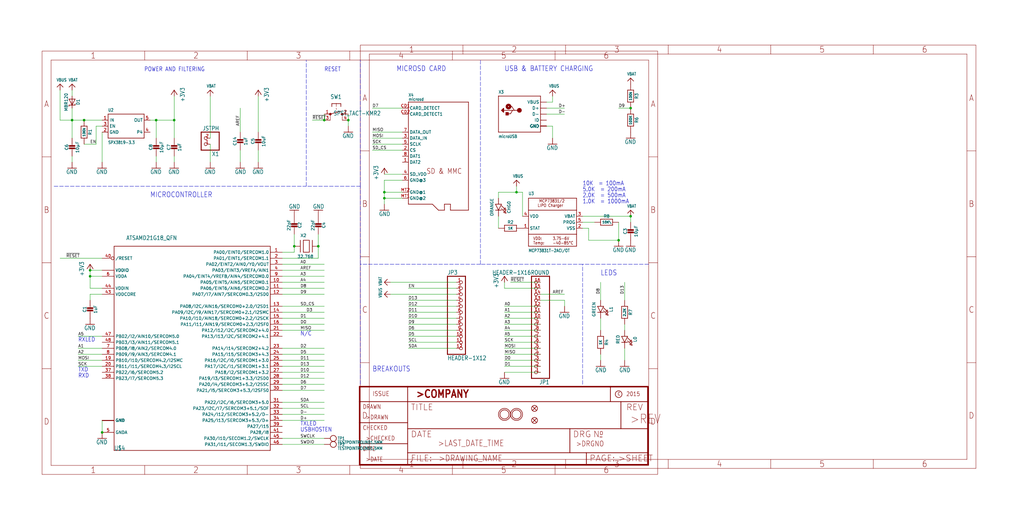
<source format=kicad_sch>
(kicad_sch (version 20211123) (generator eeschema)
  (paper "User" 433.07 220.421)
  (lib_symbols
    (symbol "schematicEagle-eagle-import:+3V3" (power)
      (property "Value" "+3V3" (at -2.54 -5.08 90))
      (symbol "+3V3_1_0"
        (pin power_in line (at 0 -2.54 90) (length 2.54) (name "+3V3") (number "1"))
      )
    )
    (symbol "schematicEagle-eagle-import:ATSAMD21J_QFN"
      (property "Value" "ATSAMD21J_QFN" (at -15.24 40.64 0))
      (symbol "ATSAMD21J_QFN_1_0"
        (pin bidirectional line (at 50.8 35.56 180) (length 5.08) (name "PA00/EINT0/SERCOM1.0") (number "1"))
        (pin bidirectional line (at 50.8 22.86 180) (length 5.08) (name "PA05/EINT5/AIN5/SERCOM0.1") (number "10"))
        (pin bidirectional line (at 50.8 20.32 180) (length 5.08) (name "PA06/EINT6/AIN6/SERCOM0.2") (number "11"))
        (pin bidirectional line (at 50.8 17.78 180) (length 5.08) (name "PA07/I7/AIN7/SERCOM0.3/I2SD0") (number "12"))
        (pin bidirectional line (at 50.8 12.7 180) (length 5.08) (name "PA08/I2C/AIN16/SERCOM0+2.0/I2SD1") (number "13"))
        (pin bidirectional line (at 50.8 10.16 180) (length 5.08) (name "PA09/I2C/I9/AIN17/SERCOM0+2.1/I2SMC") (number "14"))
        (pin bidirectional line (at 50.8 7.62 180) (length 5.08) (name "PA10/I10/AIN18/SERCOM0+2.2/I2SCK") (number "15"))
        (pin bidirectional line (at 50.8 5.08 180) (length 5.08) (name "PA11/I11/AIN19/SERCOM0+2.3/I2SF0") (number "16"))
        (pin power_in line (at -25.4 27.94 0) (length 5.08) (name "VDDIO") (number "17"))
        (pin power_in line (at -25.4 -35.56 0) (length 5.08) (name "GND") (number "18"))
        (pin bidirectional line (at -25.4 -10.16 0) (length 5.08) (name "PB10/I10/SERCOM4.2/I2SMC") (number "19"))
        (pin bidirectional line (at 50.8 33.02 180) (length 5.08) (name "PA01/EINT1/SERCOM1.1") (number "2"))
        (pin bidirectional line (at -25.4 -12.7 0) (length 5.08) (name "PB11/I11/SERCOM4.3/I2SCL") (number "20"))
        (pin bidirectional line (at 50.8 2.54 180) (length 5.08) (name "PA12/I12/I2C/SERCOM2+4.0") (number "21"))
        (pin bidirectional line (at 50.8 0 180) (length 5.08) (name "PA13/I13/I2C/SERCOM2+4.1") (number "22"))
        (pin bidirectional line (at 50.8 -5.08 180) (length 5.08) (name "PA14/I14/SERCOM2+4.2") (number "23"))
        (pin bidirectional line (at 50.8 -7.62 180) (length 5.08) (name "PA15/I15/SERCOM3+4.3") (number "24"))
        (pin bidirectional line (at 50.8 -10.16 180) (length 5.08) (name "PA16/I2C/I0/SERCOM1+3.0") (number "25"))
        (pin bidirectional line (at 50.8 -12.7 180) (length 5.08) (name "PA17/I2C/I1/SERCOM1+3.1") (number "26"))
        (pin bidirectional line (at 50.8 -15.24 180) (length 5.08) (name "PA18/I2/SERCOM1+3.2") (number "27"))
        (pin bidirectional line (at 50.8 -17.78 180) (length 5.08) (name "PA19/I3/SERCOM1+3.3/I2SD0") (number "28"))
        (pin bidirectional line (at 50.8 -20.32 180) (length 5.08) (name "PA20/I4/SERCOM3+5.2/I2SSC") (number "29"))
        (pin bidirectional line (at 50.8 30.48 180) (length 5.08) (name "PA02/EINT2/AIN0/Y0/VOUT") (number "3"))
        (pin bidirectional line (at 50.8 -22.86 180) (length 5.08) (name "PA21/I5/SERCOM3+5.3/I2SFS0") (number "30"))
        (pin bidirectional line (at 50.8 -27.94 180) (length 5.08) (name "PA22/I2C/I6/SERCOM3+5.0") (number "31"))
        (pin bidirectional line (at 50.8 -30.48 180) (length 5.08) (name "PA23/I2C/I7/SERCOM3+5.1/SOF") (number "32"))
        (pin bidirectional line (at 50.8 -33.02 180) (length 5.08) (name "PA24/I12/SERCOM3+5.2/D-") (number "33"))
        (pin bidirectional line (at 50.8 -35.56 180) (length 5.08) (name "PA25/I13/SERCOM3+5.3/D+") (number "34"))
        (pin power_in line (at -25.4 -35.56 0) (length 5.08) (name "GND") (number "35"))
        (pin power_in line (at -25.4 27.94 0) (length 5.08) (name "VDDIO") (number "36"))
        (pin bidirectional line (at -25.4 -15.24 0) (length 5.08) (name "PB22/I6/SERCOM5.2") (number "37"))
        (pin bidirectional line (at -25.4 -17.78 0) (length 5.08) (name "PB23/I7/SERCOM5.3") (number "38"))
        (pin bidirectional line (at 50.8 -38.1 180) (length 5.08) (name "PA27/I15") (number "39"))
        (pin bidirectional line (at 50.8 27.94 180) (length 5.08) (name "PA03/EINT3/VREFA/AIN1") (number "4"))
        (pin bidirectional inverted (at -25.4 33.02 0) (length 5.08) (name "/RESET") (number "40"))
        (pin bidirectional line (at 50.8 -40.64 180) (length 5.08) (name "PA28/I8") (number "41"))
        (pin power_in line (at -25.4 -35.56 0) (length 5.08) (name "GND") (number "42"))
        (pin power_in line (at -25.4 17.78 0) (length 5.08) (name "VDDCORE") (number "43"))
        (pin power_in line (at -25.4 20.32 0) (length 5.08) (name "VDDIN") (number "44"))
        (pin bidirectional line (at 50.8 -43.18 180) (length 5.08) (name "PA30/I10/SECOM1.2/SWCLK") (number "45"))
        (pin bidirectional line (at 50.8 -45.72 180) (length 5.08) (name "PA31/I11/SECOM1.3/SWDIO") (number "46"))
        (pin bidirectional line (at -25.4 0 0) (length 5.08) (name "PB02/I2/AIN10/SERCOM5.0") (number "47"))
        (pin bidirectional line (at -25.4 -2.54 0) (length 5.08) (name "PB03/I3/AIN11/SERCOM5.1") (number "48"))
        (pin power_in line (at -25.4 -40.64 0) (length 5.08) (name "GNDA") (number "5"))
        (pin power_in line (at -25.4 25.4 0) (length 5.08) (name "VDDA") (number "6"))
        (pin bidirectional line (at -25.4 -5.08 0) (length 5.08) (name "PB08/I8/AIN2/SERCOM4.0") (number "7"))
        (pin bidirectional line (at -25.4 -7.62 0) (length 5.08) (name "PB09/I9/AIN3/SERCOM4.1") (number "8"))
        (pin bidirectional line (at 50.8 25.4 180) (length 5.08) (name "PA04/EINT4/VREFB/AIN4/SERCOM0.0") (number "9"))
        (pin power_in line (at -25.4 -35.56 0) (length 5.08) (name "GND") (number "THERMAL"))
      )
    )
    (symbol "schematicEagle-eagle-import:CAP_CERAMIC0603_NO"
      (property "Reference" "C" (at -2.29 1.25 90))
      (property "Value" "CAP_CERAMIC0603_NO" (at 2.3 1.25 90))
      (symbol "CAP_CERAMIC0603_NO_1_0"
        (pin passive line (at 0 5.08 270) (length 2.54) (name "1") (number "1"))
        (pin passive line (at 0 -2.54 90) (length 2.54) (name "2") (number "2"))
      )
    )
    (symbol "schematicEagle-eagle-import:CAP_CERAMIC0805-NOOUTLINE"
      (property "Reference" "C" (at -2.29 1.25 90))
      (property "Value" "CAP_CERAMIC0805-NOOUTLINE" (at 2.3 1.25 90))
      (symbol "CAP_CERAMIC0805-NOOUTLINE_1_0"
        (pin passive line (at 0 5.08 270) (length 2.54) (name "1") (number "1"))
        (pin passive line (at 0 -2.54 90) (length 2.54) (name "2") (number "2"))
      )
    )
    (symbol "schematicEagle-eagle-import:CON_JST_PH_2PIN"
      (property "Reference" "X" (at -6.35 5.715 0))
      (property "Value" "CON_JST_PH_2PIN" (at -6.35 -5.08 0))
      (symbol "CON_JST_PH_2PIN_1_0"
        (pin passive inverted (at -2.54 2.54 0) (length 2.54) (name "1") (number "1"))
        (pin passive inverted (at -2.54 0 0) (length 2.54) (name "2") (number "2"))
      )
    )
    (symbol "schematicEagle-eagle-import:DIODE-SCHOTTKYSOD-123"
      (property "Reference" "D" (at 0 2.54 0))
      (property "Value" "DIODE-SCHOTTKYSOD-123" (at 0 -2.5 0))
      (symbol "DIODE-SCHOTTKYSOD-123_1_0"
        (pin passive line (at -2.54 0 0) (length 2.54) (name "A") (number "A"))
        (pin passive line (at 2.54 0 180) (length 2.54) (name "C") (number "C"))
      )
    )
    (symbol "schematicEagle-eagle-import:FIDUCIAL{dblquote}{dblquote}")
    (symbol "schematicEagle-eagle-import:FRAME_A4"
      (symbol "FRAME_A4_0_0"
        (text "1" (at 21.6958 1.905 0) (effects (font (size 2.54 2.286))))
        (text "1" (at 21.6958 177.165 0) (effects (font (size 2.54 2.286))))
        (text "2" (at 65.0875 1.905 0) (effects (font (size 2.54 2.286))))
        (text "2" (at 65.0875 177.165 0) (effects (font (size 2.54 2.286))))
        (text "3" (at 108.4792 1.905 0) (effects (font (size 2.54 2.286))))
        (text "3" (at 108.4792 177.165 0) (effects (font (size 2.54 2.286))))
        (text "4" (at 151.8708 1.905 0) (effects (font (size 2.54 2.286))))
        (text "4" (at 151.8708 177.165 0) (effects (font (size 2.54 2.286))))
        (text "5" (at 195.2625 1.905 0) (effects (font (size 2.54 2.286))))
        (text "5" (at 195.2625 177.165 0) (effects (font (size 2.54 2.286))))
        (text "6" (at 238.6542 1.905 0) (effects (font (size 2.54 2.286))))
        (text "6" (at 238.6542 177.165 0) (effects (font (size 2.54 2.286))))
        (text "A" (at 1.905 156.6863 0) (effects (font (size 2.54 2.286))))
        (text "A" (at 258.445 156.6863 0) (effects (font (size 2.54 2.286))))
        (text "B" (at 1.905 111.9188 0) (effects (font (size 2.54 2.286))))
        (text "B" (at 258.445 111.9188 0) (effects (font (size 2.54 2.286))))
        (text "C" (at 1.905 67.1513 0) (effects (font (size 2.54 2.286))))
        (text "C" (at 258.445 67.1513 0) (effects (font (size 2.54 2.286))))
        (text "D" (at 1.905 22.3838 0) (effects (font (size 2.54 2.286))))
        (text "D" (at 258.445 22.3838 0) (effects (font (size 2.54 2.286))))
      )
      (symbol "FRAME_A4_2_0"
        (text "2015" (at 112.4077 30.4673 0) (effects (font (size 1.778 1.5113)) (justify left bottom)))
        (text ">CHECKED" (at 2.2352 11.7348 0) (effects (font (size 1.778 1.5113)) (justify left bottom)))
        (text ">COMPANY" (at 23.349 29.6735 0) (effects (font (size 3.175 2.6987) (thickness 0.5397) bold) (justify left bottom)))
        (text ">DATE" (at 2.2352 2.8448 0) (effects (font (size 1.778 1.5113)) (justify left bottom)))
        (text ">DRAWING_NAME" (at 33.0327 2.8448 0) (effects (font (size 2.54 2.159)) (justify left bottom)))
        (text ">DRAWN" (at 2.2352 20.6248 0) (effects (font (size 1.778 1.5113)) (justify left bottom)))
        (text ">DRGNO" (at 91.1352 9.1948 0) (effects (font (size 2.1844 1.8567)) (justify left bottom)))
        (text ">LAST_DATE_TIME" (at 32.7152 9.1948 0) (effects (font (size 2.54 2.159)) (justify left bottom)))
        (text ">REV" (at 113.9952 18.7198 0) (effects (font (size 3.81 3.2385)) (justify left bottom)))
        (text ">SHEET" (at 108.9152 2.8448 0) (effects (font (size 2.54 2.54)) (justify left bottom)))
        (text "C" (at 108.7564 30.7848 0) (effects (font (size 1.27 1.0795)) (justify left bottom)))
        (text "CHECKED" (at 0.9652 16.1798 0) (effects (font (size 1.778 1.5113)) (justify left bottom)))
        (text "DATE" (at 0.9652 7.2898 0) (effects (font (size 1.778 1.5113)) (justify left bottom)))
        (text "DATE" (at 21.2852 13.0048 0) (effects (font (size 2.54 2.54)) (justify left bottom)))
        (text "DRAWN" (at 0.9652 25.0698 0) (effects (font (size 1.778 1.5113)) (justify left bottom)))
        (text "DRG" (at 89.8652 13.0048 0) (effects (font (size 2.54 2.54)) (justify left bottom)))
        (text "FILE:" (at 21.2852 2.8448 0) (effects (font (size 2.54 2.54)) (justify left bottom)))
        (text "ISSUE" (at 5.0927 30.4673 0) (effects (font (size 1.9304 1.6408)) (justify left bottom)))
        (text "N" (at 98.4377 13.0048 0) (effects (font (size 2.54 2.54)) (justify left bottom)))
        (text "o" (at 100.9777 13.9573 0) (effects (font (size 2.1844 1.8567)) (justify left bottom)))
        (text "PAGE:" (at 96.8502 2.8448 0) (effects (font (size 2.54 2.54)) (justify left bottom)))
        (text "REV" (at 112.4077 24.4348 0) (effects (font (size 2.54 2.54)) (justify left bottom)))
        (text "TITLE" (at 21.2852 24.4348 0) (effects (font (size 2.54 2.54)) (justify left bottom)))
      )
    )
    (symbol "schematicEagle-eagle-import:GND" (power)
      (property "Value" "GND" (at -2.54 -2.54 0))
      (symbol "GND_1_0"
        (pin power_in line (at 0 2.54 270) (length 2.54) (name "GND") (number "1"))
      )
    )
    (symbol "schematicEagle-eagle-import:HEADER-1X12"
      (property "Reference" "JP" (at -6.35 18.415 0))
      (property "Value" "HEADER-1X12" (at -6.35 -17.78 0))
      (symbol "HEADER-1X12_1_0"
        (pin passive inverted (at -2.54 15.24 0) (length 2.54) (name "1") (number "1"))
        (pin passive inverted (at -2.54 -7.62 0) (length 2.54) (name "10") (number "10"))
        (pin passive inverted (at -2.54 -10.16 0) (length 2.54) (name "11") (number "11"))
        (pin passive inverted (at -2.54 -12.7 0) (length 2.54) (name "12") (number "12"))
        (pin passive inverted (at -2.54 12.7 0) (length 2.54) (name "2") (number "2"))
        (pin passive inverted (at -2.54 10.16 0) (length 2.54) (name "3") (number "3"))
        (pin passive inverted (at -2.54 7.62 0) (length 2.54) (name "4") (number "4"))
        (pin passive inverted (at -2.54 5.08 0) (length 2.54) (name "5") (number "5"))
        (pin passive inverted (at -2.54 2.54 0) (length 2.54) (name "6") (number "6"))
        (pin passive inverted (at -2.54 0 0) (length 2.54) (name "7") (number "7"))
        (pin passive inverted (at -2.54 -2.54 0) (length 2.54) (name "8") (number "8"))
        (pin passive inverted (at -2.54 -5.08 0) (length 2.54) (name "9") (number "9"))
      )
    )
    (symbol "schematicEagle-eagle-import:HEADER-1X16ROUND"
      (property "Reference" "JP" (at -6.35 20.955 0))
      (property "Value" "HEADER-1X16ROUND" (at -6.35 -25.4 0))
      (symbol "HEADER-1X16ROUND_1_0"
        (pin passive inverted (at -2.54 17.78 0) (length 2.54) (name "1") (number "1"))
        (pin passive inverted (at -2.54 -5.08 0) (length 2.54) (name "10") (number "10"))
        (pin passive inverted (at -2.54 -7.62 0) (length 2.54) (name "11") (number "11"))
        (pin passive inverted (at -2.54 -10.16 0) (length 2.54) (name "12") (number "12"))
        (pin passive inverted (at -2.54 -12.7 0) (length 2.54) (name "13") (number "13"))
        (pin passive inverted (at -2.54 -15.24 0) (length 2.54) (name "14") (number "14"))
        (pin passive inverted (at -2.54 -17.78 0) (length 2.54) (name "15") (number "15"))
        (pin passive inverted (at -2.54 -20.32 0) (length 2.54) (name "16") (number "16"))
        (pin passive inverted (at -2.54 15.24 0) (length 2.54) (name "2") (number "2"))
        (pin passive inverted (at -2.54 12.7 0) (length 2.54) (name "3") (number "3"))
        (pin passive inverted (at -2.54 10.16 0) (length 2.54) (name "4") (number "4"))
        (pin passive inverted (at -2.54 7.62 0) (length 2.54) (name "5") (number "5"))
        (pin passive inverted (at -2.54 5.08 0) (length 2.54) (name "6") (number "6"))
        (pin passive inverted (at -2.54 2.54 0) (length 2.54) (name "7") (number "7"))
        (pin passive inverted (at -2.54 0 0) (length 2.54) (name "8") (number "8"))
        (pin passive inverted (at -2.54 -2.54 0) (length 2.54) (name "9") (number "9"))
      )
    )
    (symbol "schematicEagle-eagle-import:LED0805_NOOUTLINE"
      (property "Reference" "D" (at -1.27 4.445 0))
      (property "Value" "LED0805_NOOUTLINE" (at -1.27 -2.794 0))
      (symbol "LED0805_NOOUTLINE_1_0"
        (pin passive line (at -5.08 0 0) (length 2.54) (name "A") (number "A"))
        (pin passive line (at 2.54 0 180) (length 2.54) (name "C") (number "C"))
      )
    )
    (symbol "schematicEagle-eagle-import:MCP73831{slash}2"
      (property "Reference" "U" (at -10.16 11.43 0))
      (property "Value" "MCP73831{slash}2" (at -10.16 -12.7 0))
      (symbol "MCP73831{slash}2_1_0"
        (text "-40-85°C" (at 0 -9.525 0) (effects (font (size 1.27 1.0795)) (justify left bottom)))
        (text "3.75-6V" (at 0 -7.62 0) (effects (font (size 1.27 1.0795)) (justify left bottom)))
        (text "LIPO Charger" (at -6.35 6.35 0) (effects (font (size 1.27 1.0795)) (justify left bottom)))
        (text "MCP73831/2" (at -5.715 8.255 0) (effects (font (size 1.27 1.0795)) (justify left bottom)))
        (text "Temp:" (at -8.255 -9.525 0) (effects (font (size 1.27 1.0795)) (justify left bottom)))
        (text "VDD:" (at -8.255 -7.62 0) (effects (font (size 1.27 1.0795)) (justify left bottom)))
        (pin output line (at -12.7 -2.54 0) (length 2.54) (name "STAT") (number "1"))
        (pin power_in line (at 12.7 -2.54 180) (length 2.54) (name "VSS") (number "2"))
        (pin power_in line (at 12.7 2.54 180) (length 2.54) (name "VBAT") (number "3"))
        (pin power_in line (at -12.7 2.54 0) (length 2.54) (name "VDD") (number "4"))
        (pin input line (at 12.7 0 180) (length 2.54) (name "PROG") (number "5"))
      )
    )
    (symbol "schematicEagle-eagle-import:MICROSD"
      (property "Reference" "X" (at -12.7 22.606 0))
      (property "Value" "MICROSD" (at -12.7 20.828 0))
      (symbol "MICROSD_1_0"
        (text "SD & MMC" (at -5.08 -10.16 0) (effects (font (size 2.1844 1.8567)) (justify left bottom)))
        (pin bidirectional line (at -15.24 -5.08 0) (length 2.54) (name "DAT2") (number "1"))
        (pin input line (at -15.24 0 0) (length 2.54) (name "CS") (number "2"))
        (pin input line (at -15.24 5.08 0) (length 2.54) (name "DATA_IN") (number "3"))
        (pin power_in line (at -15.24 -10.16 0) (length 2.54) (name "SD_VDD") (number "4"))
        (pin input line (at -15.24 2.54 0) (length 2.54) (name "SCLK") (number "5"))
        (pin power_in line (at -15.24 -12.7 0) (length 2.54) (name "GND@3") (number "6"))
        (pin output line (at -15.24 7.62 0) (length 2.54) (name "DATA_OUT") (number "7"))
        (pin bidirectional line (at -15.24 -2.54 0) (length 2.54) (name "DAT1") (number "8"))
        (pin passive line (at -15.24 17.78 0) (length 2.54) (name "CARD_DETECT") (number "CD1"))
        (pin passive line (at -15.24 15.24 0) (length 2.54) (name "CARD_DETECT1") (number "CD2"))
        (pin power_in line (at -15.24 -20.32 0) (length 2.54) (name "GND@2") (number "MT1"))
        (pin power_in line (at -15.24 -17.78 0) (length 2.54) (name "GND@1") (number "MT2"))
      )
    )
    (symbol "schematicEagle-eagle-import:MOUNTINGHOLE2.5")
    (symbol "schematicEagle-eagle-import:RESISTOR_0603_NOOUT"
      (property "Reference" "R" (at 0 2.54 0))
      (property "Value" "RESISTOR_0603_NOOUT" (at 0 0 0))
      (symbol "RESISTOR_0603_NOOUT_1_0"
        (pin passive line (at -5.08 0 0) (length 2.54) (name "1") (number "1"))
        (pin passive line (at 5.08 0 180) (length 2.54) (name "2") (number "2"))
      )
    )
    (symbol "schematicEagle-eagle-import:SPST_TACT-KMR2"
      (property "Reference" "SW" (at -6.35 -2.54 90))
      (property "Value" "SPST_TACT-KMR2" (at -3.81 3.175 90))
      (symbol "SPST_TACT-KMR2_1_0"
        (pin passive line (at 0 -5.08 90) (length 2.54) (name "P") (number "1"))
        (pin passive line (at 0 5.08 270) (length 2.54) (name "S") (number "2"))
        (pin passive line (at 2.54 -5.08 90) (length 2.54) (name "P1") (number "3"))
        (pin passive line (at 2.54 5.08 270) (length 2.54) (name "S1") (number "4"))
      )
    )
    (symbol "schematicEagle-eagle-import:TESTPOINTROUND1.5MM"
      (property "Reference" "TP" (at 0 5.588 90))
      (property "Value" "TESTPOINTROUND1.5MM" (at 1.651 5.588 90))
      (symbol "TESTPOINTROUND1.5MM_1_0"
        (pin bidirectional line (at 0 0 90) (length 2.54) (name "P$1") (number "P$1"))
      )
    )
    (symbol "schematicEagle-eagle-import:USB_MICRO_20329_V2"
      (property "Reference" "X" (at -10.16 8.636 0))
      (property "Value" "USB_MICRO_20329_V2" (at -10.16 -10.16 0))
      (symbol "USB_MICRO_20329_V2_1_0"
        (pin power_in line (at 10.16 -5.08 180) (length 2.54) (name "GND") (number "BASE@1"))
        (pin power_in line (at 10.16 -5.08 180) (length 2.54) (name "GND") (number "BASE@2"))
        (pin bidirectional line (at 10.16 2.54 180) (length 2.54) (name "D+") (number "D+"))
        (pin bidirectional line (at 10.16 0 180) (length 2.54) (name "D-") (number "D-"))
        (pin power_in line (at 10.16 -5.08 180) (length 2.54) (name "GND") (number "GND"))
        (pin bidirectional line (at 10.16 -2.54 180) (length 2.54) (name "ID") (number "ID"))
        (pin power_in line (at 10.16 -5.08 180) (length 2.54) (name "GND") (number "SPRT@1"))
        (pin power_in line (at 10.16 -5.08 180) (length 2.54) (name "GND") (number "SPRT@2"))
        (pin power_in line (at 10.16 -5.08 180) (length 2.54) (name "GND") (number "SPRT@3"))
        (pin power_in line (at 10.16 -5.08 180) (length 2.54) (name "GND") (number "SPRT@4"))
        (pin power_in line (at 10.16 5.08 180) (length 2.54) (name "VBUS") (number "VBUS"))
      )
    )
    (symbol "schematicEagle-eagle-import:VBAT" (power)
      (property "Value" "VBAT" (at -1.524 1.016 0))
      (symbol "VBAT_1_0"
        (pin power_in line (at 0 -2.54 90) (length 2.54) (name "VBAT") (number "1"))
      )
    )
    (symbol "schematicEagle-eagle-import:VBUS" (power)
      (property "Value" "VBUS" (at -1.524 1.016 0))
      (symbol "VBUS_1_0"
        (pin power_in line (at 0 -2.54 90) (length 2.54) (name "VBUS") (number "1"))
      )
    )
    (symbol "schematicEagle-eagle-import:VREG_SOT23-5"
      (property "Reference" "U" (at -7.62 6.096 0))
      (property "Value" "VREG_SOT23-5" (at -7.62 -7.62 0))
      (symbol "VREG_SOT23-5_1_0"
        (pin power_in line (at -10.16 2.54 0) (length 2.54) (name "IN") (number "1"))
        (pin power_in line (at -10.16 -2.54 0) (length 2.54) (name "GND") (number "2"))
        (pin input line (at -10.16 0 0) (length 2.54) (name "EN") (number "3"))
        (pin bidirectional line (at 10.16 -2.54 180) (length 2.54) (name "P4") (number "4"))
        (pin power_in line (at 10.16 2.54 180) (length 2.54) (name "OUT") (number "5"))
      )
    )
    (symbol "schematicEagle-eagle-import:XTAL-3.2X1.5"
      (property "Reference" "X" (at -2.54 3.81 0))
      (property "Value" "XTAL-3.2X1.5" (at -3.81 -5.08 0))
      (symbol "XTAL-3.2X1.5_1_0"
        (pin bidirectional line (at -5.08 0 0) (length 2.54) (name "P$1") (number "P$1"))
        (pin bidirectional line (at 5.08 0 180) (length 2.54) (name "P$2") (number "P$2"))
      )
    )
  )
  (junction (at 266.7 45.72))
  (junction (at 147.32 50.8))
  (junction (at 66.04 50.8))
  (junction (at 38.1 114.3))
  (junction (at 218.44 81.28))
  (junction (at 30.48 50.8))
  (junction (at 38.1 116.84))
  (junction (at 266.7 91.44))
  (junction (at 43.18 182.88))
  (junction (at 137.16 50.8))
  (junction (at 134.62 104.14))
  (junction (at 162.56 83.82))
  (junction (at 261.62 101.6))
  (junction (at 35.56 50.8))
  (junction (at 162.56 81.28))
  (junction (at 124.46 104.14))
  (junction (at 73.66 50.8))
  (wire (pts (xy 238.76 48.26) (xy 231.14 48.26)))
  (wire (pts (xy 228.6 119.38) (xy 215.9 119.38)))
  (wire (pts (xy 119.38 160.02) (xy 137.16 160.02)))
  (wire (pts (xy 119.38 152.4) (xy 137.16 152.4)))
  (wire (pts (xy 109.22 68.58) (xy 109.22 63.5)))
  (wire (pts (xy 266.7 45.72) (xy 261.62 45.72)))
  (wire (pts (xy 73.66 50.8) (xy 73.66 58.42)))
  (wire (pts (xy 119.38 109.22) (xy 134.62 109.22)))
  (wire (pts (xy 101.6 63.5) (xy 101.6 68.58)))
  (wire (pts (xy 119.38 106.68) (xy 124.46 106.68)))
  (polyline (pts (xy 129.54 78.74) (xy 129.54 25.4)))
  (wire (pts (xy 170.18 45.72) (xy 157.48 45.72)))
  (wire (pts (xy 172.72 129.54) (xy 193.04 129.54)))
  (wire (pts (xy 35.56 50.8) (xy 30.48 50.8)))
  (wire (pts (xy 33.02 154.94) (xy 43.18 154.94)))
  (wire (pts (xy 30.48 45.72) (xy 30.48 50.8)))
  (wire (pts (xy 172.72 134.62) (xy 193.04 134.62)))
  (wire (pts (xy 88.9 40.64) (xy 88.9 58.42)))
  (wire (pts (xy 213.36 121.92) (xy 228.6 121.92)))
  (wire (pts (xy 119.38 132.08) (xy 137.16 132.08)))
  (wire (pts (xy 193.04 142.24) (xy 172.72 142.24)))
  (wire (pts (xy 124.46 99.06) (xy 124.46 104.14)))
  (wire (pts (xy 43.18 152.4) (xy 33.02 152.4)))
  (polyline (pts (xy 246.38 162.56) (xy 246.38 111.76)))
  (wire (pts (xy 264.16 147.32) (xy 264.16 152.4)))
  (wire (pts (xy 119.38 116.84) (xy 137.16 116.84)))
  (wire (pts (xy 261.62 93.98) (xy 261.62 101.6)))
  (wire (pts (xy 119.38 111.76) (xy 137.16 111.76)))
  (wire (pts (xy 43.18 121.92) (xy 38.1 121.92)))
  (wire (pts (xy 43.18 116.84) (xy 38.1 116.84)))
  (wire (pts (xy 132.08 50.8) (xy 137.16 50.8)))
  (polyline (pts (xy 203.2 111.76) (xy 203.2 25.4)))
  (wire (pts (xy 157.48 58.42) (xy 170.18 58.42)))
  (wire (pts (xy 38.1 121.92) (xy 38.1 116.84)))
  (wire (pts (xy 43.18 50.8) (xy 35.56 50.8)))
  (wire (pts (xy 43.18 114.3) (xy 38.1 114.3)))
  (wire (pts (xy 40.64 53.34) (xy 43.18 53.34)))
  (wire (pts (xy 40.64 60.96) (xy 40.64 53.34)))
  (wire (pts (xy 193.04 124.46) (xy 165.1 124.46)))
  (wire (pts (xy 66.04 50.8) (xy 73.66 50.8)))
  (wire (pts (xy 43.18 124.46) (xy 38.1 124.46)))
  (wire (pts (xy 170.18 81.28) (xy 162.56 81.28)))
  (polyline (pts (xy 274.32 111.76) (xy 246.38 111.76)))
  (wire (pts (xy 35.56 60.96) (xy 40.64 60.96)))
  (wire (pts (xy 38.1 124.46) (xy 38.1 127)))
  (wire (pts (xy 137.16 187.96) (xy 119.38 187.96)))
  (wire (pts (xy 119.38 172.72) (xy 137.16 172.72)))
  (wire (pts (xy 266.7 93.98) (xy 266.7 91.44)))
  (wire (pts (xy 213.36 149.86) (xy 228.6 149.86)))
  (wire (pts (xy 264.16 137.16) (xy 264.16 139.7)))
  (wire (pts (xy 170.18 60.96) (xy 157.48 60.96)))
  (wire (pts (xy 210.82 83.82) (xy 210.82 81.28)))
  (wire (pts (xy 246.38 93.98) (xy 251.46 93.98)))
  (wire (pts (xy 43.18 147.32) (xy 33.02 147.32)))
  (polyline (pts (xy 152.4 162.56) (xy 152.4 111.76)))
  (wire (pts (xy 43.18 55.88) (xy 43.18 68.58)))
  (wire (pts (xy 33.02 149.86) (xy 43.18 149.86)))
  (wire (pts (xy 101.6 55.88) (xy 101.6 45.72)))
  (polyline (pts (xy 152.4 78.74) (xy 152.4 25.4)))
  (wire (pts (xy 228.6 152.4) (xy 213.36 152.4)))
  (wire (pts (xy 170.18 76.2) (xy 162.56 76.2)))
  (wire (pts (xy 193.04 132.08) (xy 172.72 132.08)))
  (wire (pts (xy 165.1 119.38) (xy 193.04 119.38)))
  (polyline (pts (xy 22.86 78.74) (xy 129.54 78.74)))
  (wire (pts (xy 124.46 106.68) (xy 124.46 104.14)))
  (wire (pts (xy 109.22 55.88) (xy 109.22 40.64)))
  (wire (pts (xy 172.72 139.7) (xy 193.04 139.7)))
  (wire (pts (xy 134.62 104.14) (xy 134.62 99.06)))
  (wire (pts (xy 228.6 129.54) (xy 213.36 129.54)))
  (wire (pts (xy 233.68 53.34) (xy 233.68 58.42)))
  (wire (pts (xy 73.66 50.8) (xy 73.66 40.64)))
  (wire (pts (xy 73.66 66.04) (xy 73.66 68.58)))
  (wire (pts (xy 238.76 127) (xy 238.76 129.54)))
  (wire (pts (xy 246.38 96.52) (xy 248.92 96.52)))
  (wire (pts (xy 213.36 154.94) (xy 228.6 154.94)))
  (wire (pts (xy 254 149.86) (xy 254 152.4)))
  (wire (pts (xy 162.56 83.82) (xy 162.56 86.36)))
  (wire (pts (xy 119.38 162.56) (xy 137.16 162.56)))
  (polyline (pts (xy 246.38 111.76) (xy 203.2 111.76)))
  (wire (pts (xy 162.56 81.28) (xy 162.56 83.82)))
  (wire (pts (xy 231.14 43.18) (xy 233.68 43.18)))
  (wire (pts (xy 228.6 127) (xy 238.76 127)))
  (wire (pts (xy 228.6 139.7) (xy 213.36 139.7)))
  (wire (pts (xy 137.16 129.54) (xy 119.38 129.54)))
  (wire (pts (xy 220.98 81.28) (xy 220.98 91.44)))
  (wire (pts (xy 248.92 96.52) (xy 248.92 101.6)))
  (wire (pts (xy 119.38 121.92) (xy 137.16 121.92)))
  (wire (pts (xy 193.04 127) (xy 172.72 127)))
  (wire (pts (xy 43.18 142.24) (xy 33.02 142.24)))
  (wire (pts (xy 38.1 116.84) (xy 38.1 114.3)))
  (wire (pts (xy 119.38 114.3) (xy 137.16 114.3)))
  (wire (pts (xy 228.6 134.62) (xy 213.36 134.62)))
  (wire (pts (xy 137.16 177.8) (xy 119.38 177.8)))
  (wire (pts (xy 119.38 139.7) (xy 137.16 139.7)))
  (wire (pts (xy 218.44 78.74) (xy 218.44 81.28)))
  (wire (pts (xy 134.62 109.22) (xy 134.62 104.14)))
  (wire (pts (xy 264.16 127) (xy 264.16 119.38)))
  (wire (pts (xy 254 134.62) (xy 254 139.7)))
  (wire (pts (xy 228.6 124.46) (xy 238.76 124.46)))
  (wire (pts (xy 43.18 109.22) (xy 25.4 109.22)))
  (wire (pts (xy 213.36 119.38) (xy 213.36 121.92)))
  (wire (pts (xy 193.04 137.16) (xy 172.72 137.16)))
  (polyline (pts (xy 152.4 78.74) (xy 129.54 78.74)))
  (wire (pts (xy 30.48 50.8) (xy 30.48 58.42)))
  (wire (pts (xy 119.38 134.62) (xy 137.16 134.62)))
  (wire (pts (xy 137.16 157.48) (xy 119.38 157.48)))
  (wire (pts (xy 213.36 137.16) (xy 228.6 137.16)))
  (wire (pts (xy 25.4 50.8) (xy 30.48 50.8)))
  (wire (pts (xy 213.36 142.24) (xy 228.6 142.24)))
  (wire (pts (xy 119.38 147.32) (xy 137.16 147.32)))
  (wire (pts (xy 228.6 147.32) (xy 213.36 147.32)))
  (wire (pts (xy 228.6 144.78) (xy 213.36 144.78)))
  (wire (pts (xy 147.32 53.34) (xy 147.32 50.8)))
  (wire (pts (xy 170.18 55.88) (xy 157.48 55.88)))
  (wire (pts (xy 119.38 170.18) (xy 137.16 170.18)))
  (wire (pts (xy 25.4 38.1) (xy 25.4 50.8)))
  (wire (pts (xy 254 127) (xy 254 119.38)))
  (wire (pts (xy 213.36 132.08) (xy 228.6 132.08)))
  (wire (pts (xy 119.38 175.26) (xy 137.16 175.26)))
  (wire (pts (xy 248.92 101.6) (xy 261.62 101.6)))
  (wire (pts (xy 213.36 157.48) (xy 228.6 157.48)))
  (wire (pts (xy 210.82 91.44) (xy 210.82 96.52)))
  (wire (pts (xy 30.48 66.04) (xy 30.48 68.58)))
  (polyline (pts (xy 152.4 111.76) (xy 152.4 78.74)))
  (wire (pts (xy 266.7 91.44) (xy 246.38 91.44)))
  (wire (pts (xy 172.72 121.92) (xy 193.04 121.92)))
  (wire (pts (xy 162.56 76.2) (xy 162.56 81.28)))
  (wire (pts (xy 88.9 68.58) (xy 88.9 60.96)))
  (wire (pts (xy 172.72 147.32) (xy 193.04 147.32)))
  (wire (pts (xy 170.18 83.82) (xy 162.56 83.82)))
  (wire (pts (xy 119.38 124.46) (xy 137.16 124.46)))
  (wire (pts (xy 137.16 50.8) (xy 137.16 48.26)))
  (wire (pts (xy 162.56 73.66) (xy 170.18 73.66)))
  (wire (pts (xy 210.82 81.28) (xy 218.44 81.28)))
  (wire (pts (xy 137.16 149.86) (xy 119.38 149.86)))
  (wire (pts (xy 66.04 66.04) (xy 66.04 68.58)))
  (wire (pts (xy 147.32 48.26) (xy 147.32 50.8)))
  (wire (pts (xy 137.16 137.16) (xy 119.38 137.16)))
  (wire (pts (xy 66.04 58.42) (xy 66.04 50.8)))
  (wire (pts (xy 63.5 50.8) (xy 66.04 50.8)))
  (wire (pts (xy 231.14 53.34) (xy 233.68 53.34)))
  (wire (pts (xy 231.14 45.72) (xy 238.76 45.72)))
  (wire (pts (xy 233.68 43.18) (xy 233.68 40.64)))
  (wire (pts (xy 119.38 165.1) (xy 137.16 165.1)))
  (wire (pts (xy 119.38 154.94) (xy 137.16 154.94)))
  (polyline (pts (xy 203.2 111.76) (xy 152.4 111.76)))
  (wire (pts (xy 137.16 119.38) (xy 119.38 119.38)))
  (wire (pts (xy 218.44 81.28) (xy 220.98 81.28)))
  (wire (pts (xy 157.48 63.5) (xy 170.18 63.5)))
  (wire (pts (xy 193.04 144.78) (xy 172.72 144.78)))
  (wire (pts (xy 119.38 185.42) (xy 137.16 185.42)))
  (wire (pts (xy 30.48 40.64) (xy 30.48 38.1)))
  (wire (pts (xy 43.18 177.8) (xy 43.18 182.88)))
  (text "N/C" (at 127 142.24 180) (effects (font (size 1.778 1.5113)) (justify left bottom)))
  (text "USB & BATTERY CHARGING" (at 213.36 30.48 180) (effects (font (size 2.1844 1.8567)) (justify left bottom)))
  (text "TXD" (at 33.02 157.48 180) (effects (font (size 1.778 1.5113)) (justify left bottom)))
  (text "LEDS" (at 254 116.84 180) (effects (font (size 2.1844 1.8567)) (justify left bottom)))
  (text "1.0K  = 1000mA" (at 246.38 86.36 180) (effects (font (size 1.778 1.5113)) (justify left bottom)))
  (text "MICROSD CARD" (at 167.64 30.48 180) (effects (font (size 2.1844 1.8567)) (justify left bottom)))
  (text "RXD" (at 33.02 160.02 180) (effects (font (size 1.778 1.5113)) (justify left bottom)))
  (text "RXLED" (at 33.02 144.78 180) (effects (font (size 1.778 1.5113)) (justify left bottom)))
  (text "BREAKOUTS" (at 157.48 157.48 180) (effects (font (size 2.1844 1.8567)) (justify left bottom)))
  (text "2.0K  = 500mA" (at 246.38 83.82 180) (effects (font (size 1.778 1.5113)) (justify left bottom)))
  (text "5.0K  = 200mA" (at 246.38 81.28 180) (effects (font (size 1.778 1.5113)) (justify left bottom)))
  (text "RESET" (at 137.16 30.48 180) (effects (font (size 1.778 1.5113)) (justify left bottom)))
  (text "10K  = 100mA" (at 246.38 78.74 180) (effects (font (size 1.778 1.5113)) (justify left bottom)))
  (text "USBHOSTEN" (at 127 182.88 180) (effects (font (size 1.778 1.5113)) (justify left bottom)))
  (text "TXLED" (at 127 180.34 180) (effects (font (size 1.778 1.5113)) (justify left bottom)))
  (text "MICROCONTROLLER" (at 63.5 83.82 180) (effects (font (size 2.1844 1.8567)) (justify left bottom)))
  (text "POWER AND FILTERING" (at 60.96 30.48 180) (effects (font (size 1.778 1.5113)) (justify left bottom)))
  (label "~{RESET}" (at 27.94 109.22 0) (effects (font (size 1.2446 1.2446))))
  (label "A3" (at 127 116.84 0) (effects (font (size 1.2446 1.2446))))
  (label "SDA" (at 172.72 147.32 0) (effects (font (size 1.2446 1.2446))))
  (label "SDA" (at 127 170.18 0) (effects (font (size 1.2446 1.2446))))
  (label "D12" (at 172.72 129.54 0) (effects (font (size 1.2446 1.2446))))
  (label "D13" (at 264.16 124.46 90) (effects (font (size 1.2446 1.2446))))
  (label "A3" (at 213.36 137.16 0) (effects (font (size 1.2446 1.2446))))
  (label "D11" (at 127 152.4 0) (effects (font (size 1.2446 1.2446))))
  (label "D9" (at 172.72 137.16 0) (effects (font (size 1.2446 1.2446))))
  (label "D7" (at 157.48 45.72 0) (effects (font (size 1.2446 1.2446))))
  (label "D3" (at 129.54 132.08 0) (effects (font (size 1.2446 1.2446))))
  (label "A1" (at 213.36 132.08 0) (effects (font (size 1.2446 1.2446))))
  (label "D2" (at 127 147.32 0) (effects (font (size 1.2446 1.2446))))
  (label "D5" (at 172.72 142.24 0) (effects (font (size 1.2446 1.2446))))
  (label "MISO" (at 213.36 149.86 0) (effects (font (size 1.2446 1.2446))))
  (label "AREF" (at 127 114.3 0) (effects (font (size 1.2446 1.2446))))
  (label "D12" (at 127 160.02 0) (effects (font (size 1.2446 1.2446))))
  (label "MOSI" (at 213.36 147.32 0) (effects (font (size 1.2446 1.2446))))
  (label "D1" (at 127 134.62 0) (effects (font (size 1.2446 1.2446))))
  (label "D0" (at 213.36 152.4 0) (effects (font (size 1.2446 1.2446))))
  (label "SWCLK" (at 127 185.42 0) (effects (font (size 1.2446 1.2446))))
  (label "SCK" (at 213.36 144.78 0) (effects (font (size 1.2446 1.2446))))
  (label "AREF" (at 101.6 53.34 90) (effects (font (size 1.2446 1.2446))))
  (label "~{RESET}" (at 132.08 50.8 0) (effects (font (size 1.2446 1.2446))))
  (label "MOSI" (at 33.02 152.4 0) (effects (font (size 1.2446 1.2446))))
  (label "SCL" (at 172.72 144.78 0) (effects (font (size 1.2446 1.2446))))
  (label "A0" (at 127 111.76 0) (effects (font (size 1.2446 1.2446))))
  (label "A2" (at 33.02 149.86 0) (effects (font (size 1.2446 1.2446))))
  (label "A5" (at 33.02 142.24 0) (effects (font (size 1.2446 1.2446))))
  (label "A2" (at 213.36 134.62 0) (effects (font (size 1.2446 1.2446))))
  (label "MOSI" (at 157.48 58.42 0) (effects (font (size 1.2446 1.2446))))
  (label "MISO" (at 127 139.7 0) (effects (font (size 1.2446 1.2446))))
  (label "D0" (at 127 137.16 0) (effects (font (size 1.2446 1.2446))))
  (label "D11" (at 172.72 132.08 0) (effects (font (size 1.2446 1.2446))))
  (label "SCK" (at 33.02 154.94 0) (effects (font (size 1.2446 1.2446))))
  (label "D+" (at 127 177.8 0) (effects (font (size 1.2446 1.2446))))
  (label "SWDIO" (at 127 187.96 0) (effects (font (size 1.2446 1.2446))))
  (label "D13" (at 127 154.94 0) (effects (font (size 1.2446 1.2446))))
  (label "D6" (at 172.72 139.7 0) (effects (font (size 1.2446 1.2446))))
  (label "D10" (at 172.72 134.62 0) (effects (font (size 1.2446 1.2446))))
  (label "D7" (at 127 165.1 0) (effects (font (size 1.2446 1.2446))))
  (label "SD_CS" (at 157.48 63.5 0) (effects (font (size 1.2446 1.2446))))
  (label "D-" (at 127 175.26 0) (effects (font (size 1.2446 1.2446))))
  (label "AREF" (at 233.68 124.46 0) (effects (font (size 1.2446 1.2446))))
  (label "D10" (at 127 157.48 0) (effects (font (size 1.2446 1.2446))))
  (label "D9" (at 261.62 45.72 0) (effects (font (size 1.2446 1.2446))))
  (label "EN" (at 38.1 60.96 0) (effects (font (size 1.2446 1.2446))))
  (label "D6" (at 127 162.56 0) (effects (font (size 1.2446 1.2446))))
  (label "EN" (at 172.72 121.92 0) (effects (font (size 1.2446 1.2446))))
  (label "A1" (at 33.02 147.32 0) (effects (font (size 1.2446 1.2446))))
  (label "SCK" (at 157.48 60.96 0) (effects (font (size 1.2446 1.2446))))
  (label "~{RESET}" (at 215.9 119.38 0) (effects (font (size 1.2446 1.2446))))
  (label "D8" (at 127 121.92 0) (effects (font (size 1.2446 1.2446))))
  (label "D1" (at 213.36 154.94 0) (effects (font (size 1.2446 1.2446))))
  (label "D5" (at 127 149.86 0) (effects (font (size 1.2446 1.2446))))
  (label "D13" (at 172.72 127 0) (effects (font (size 1.2446 1.2446))))
  (label "MISO" (at 157.48 55.88 0) (effects (font (size 1.2446 1.2446))))
  (label "A0" (at 213.36 129.54 0) (effects (font (size 1.2446 1.2446))))
  (label "A5" (at 213.36 142.24 0) (effects (font (size 1.2446 1.2446))))
  (label "D+" (at 236.22 45.72 0) (effects (font (size 1.2446 1.2446))))
  (label "D-" (at 236.22 48.26 0) (effects (font (size 1.2446 1.2446))))
  (label "SCL" (at 127 172.72 0) (effects (font (size 1.2446 1.2446))))
  (label "A4" (at 213.36 139.7 0) (effects (font (size 1.2446 1.2446))))
  (label "SD_CS" (at 127 129.54 0) (effects (font (size 1.2446 1.2446))))
  (label "D9" (at 127 124.46 0) (effects (font (size 1.2446 1.2446))))
  (label "A4" (at 127 119.38 0) (effects (font (size 1.2446 1.2446))))
  (label "D8" (at 254 124.46 90) (effects (font (size 1.2446 1.2446))))
  (symbol (lib_id "schematicEagle-eagle-import:HEADER-1X12") (at 195.58 134.62 0) (unit 1)
    (property "Reference" "JP3" (at 189.23 116.205 0) (effects (font (size 1.778 1.5113)) (justify left bottom)))
    (property "Value" "HEADER-1X12" (at 189.23 152.4 0) (effects (font (size 1.778 1.5113)) (justify left bottom)))
    (property "Footprint" "schematicEagle:1X12_ROUND" (effects hide))
  )
  (symbol (lib_id "schematicEagle-eagle-import:GND") (at 254 154.94 0) (mirror y) (unit 1)
    (property "Reference" "#GND9" (effects hide))
    (property "Value" "GND" (at 256.54 157.48 0) (effects (font (size 1.778 1.5113)) (justify left bottom)))
    (property "Footprint" "schematicEagle:" (effects hide))
  )
  (symbol (lib_id "schematicEagle-eagle-import:+3V3") (at 162.56 71.12 0) (unit 1)
    (property "Reference" "#+3V5" (effects hide))
    (property "Value" "+3V3" (at 160.02 76.2 90) (effects (font (size 1.778 1.5113)) (justify left bottom)))
    (property "Footprint" "schematicEagle:" (effects hide))
  )
  (symbol (lib_id "schematicEagle-eagle-import:GND") (at 147.32 55.88 0) (unit 1)
    (property "Reference" "#GND7" (effects hide))
    (property "Value" "GND" (at 144.78 58.42 0) (effects (font (size 1.778 1.5113)) (justify left bottom)))
    (property "Footprint" "schematicEagle:" (effects hide))
  )
  (symbol (lib_id "schematicEagle-eagle-import:CAP_CERAMIC0603_NO") (at 101.6 60.96 0) (unit 1)
    (property "Reference" "C14" (at 99.31 59.71 90))
    (property "Value" "1uF" (at 103.9 59.71 90))
    (property "Footprint" "schematicEagle:0603-NO" (effects hide))
  )
  (symbol (lib_id "schematicEagle-eagle-import:GND") (at 261.62 104.14 0) (unit 1)
    (property "Reference" "#U$36" (effects hide))
    (property "Value" "GND" (at 259.08 106.68 0) (effects (font (size 1.778 1.5113)) (justify left bottom)))
    (property "Footprint" "schematicEagle:" (effects hide))
  )
  (symbol (lib_id "schematicEagle-eagle-import:+3V3") (at 38.1 111.76 0) (unit 1)
    (property "Reference" "#+3V3" (effects hide))
    (property "Value" "+3V3" (at 35.56 116.84 90) (effects (font (size 1.778 1.5113)) (justify left bottom)))
    (property "Footprint" "schematicEagle:" (effects hide))
  )
  (symbol (lib_id "schematicEagle-eagle-import:RESISTOR_0603_NOOUT") (at 264.16 132.08 270) (unit 1)
    (property "Reference" "R7" (at 266.7 132.08 0))
    (property "Value" "2.2K" (at 264.16 132.08 0) (effects (font (size 1.016 1.016) bold)))
    (property "Footprint" "schematicEagle:0603-NO" (effects hide))
  )
  (symbol (lib_id "schematicEagle-eagle-import:MOUNTINGHOLE2.5") (at 213.36 175.26 0) (unit 1)
    (property "Reference" "U$32" (effects hide))
    (property "Value" "MOUNTINGHOLE2.5" (effects hide))
    (property "Footprint" "schematicEagle:MOUNTINGHOLE_2.5_PLATED" (effects hide))
  )
  (symbol (lib_id "schematicEagle-eagle-import:GND") (at 38.1 137.16 0) (unit 1)
    (property "Reference" "#U$6" (effects hide))
    (property "Value" "GND" (at 35.56 139.7 0) (effects (font (size 1.778 1.5113)) (justify left bottom)))
    (property "Footprint" "schematicEagle:" (effects hide))
  )
  (symbol (lib_id "schematicEagle-eagle-import:RESISTOR_0603_NOOUT") (at 256.54 93.98 0) (unit 1)
    (property "Reference" "R8" (at 256.54 91.44 0))
    (property "Value" "10K\\" (at 256.54 93.98 0) (effects (font (size 1.016 1.016) bold)))
    (property "Footprint" "schematicEagle:0603-NO" (effects hide))
  )
  (symbol (lib_id "schematicEagle-eagle-import:RESISTOR_0603_NOOUT") (at 266.7 40.64 270) (unit 1)
    (property "Reference" "R3" (at 269.24 40.64 0))
    (property "Value" "100k" (at 266.7 40.64 0) (effects (font (size 1.016 1.016) bold)))
    (property "Footprint" "schematicEagle:0603-NO" (effects hide))
  )
  (symbol (lib_id "schematicEagle-eagle-import:+3V3") (at 73.66 38.1 0) (mirror y) (unit 1)
    (property "Reference" "#+3V4" (effects hide))
    (property "Value" "+3V3" (at 76.2 43.18 90) (effects (font (size 1.778 1.5113)) (justify left bottom)))
    (property "Footprint" "schematicEagle:" (effects hide))
  )
  (symbol (lib_id "schematicEagle-eagle-import:LED0805_NOOUTLINE") (at 254 132.08 270) (unit 1)
    (property "Reference" "L1" (at 258.445 130.81 0))
    (property "Value" "GREEN" (at 251.206 130.81 0))
    (property "Footprint" "schematicEagle:CHIPLED_0805_NOOUTLINE" (effects hide))
  )
  (symbol (lib_id "schematicEagle-eagle-import:SPST_TACT-KMR2") (at 142.24 48.26 270) (unit 1)
    (property "Reference" "SW1" (at 139.7 41.91 90) (effects (font (size 1.778 1.5113)) (justify left bottom)))
    (property "Value" "SPST_TACT-KMR2" (at 140.97 48.895 90) (effects (font (size 1.778 1.5113)) (justify left bottom)))
    (property "Footprint" "schematicEagle:KMR2" (effects hide))
  )
  (symbol (lib_id "schematicEagle-eagle-import:GND") (at 88.9 71.12 0) (unit 1)
    (property "Reference" "#U$22" (effects hide))
    (property "Value" "GND" (at 86.36 73.66 0) (effects (font (size 1.778 1.5113)) (justify left bottom)))
    (property "Footprint" "schematicEagle:" (effects hide))
  )
  (symbol (lib_id "schematicEagle-eagle-import:TESTPOINTROUND1.5MM") (at 137.16 185.42 270) (unit 1)
    (property "Reference" "TP1" (at 142.748 185.42 90) (effects (font (size 1.27 1.0795)) (justify left)))
    (property "Value" "TESTPOINTROUND1.5MM" (at 142.748 187.071 90) (effects (font (size 1.27 1.0795)) (justify left)))
    (property "Footprint" "schematicEagle:TESTPOINT_ROUND_1.5MM" (effects hide))
  )
  (symbol (lib_id "schematicEagle-eagle-import:GND") (at 266.7 58.42 0) (unit 1)
    (property "Reference" "#GND13" (effects hide))
    (property "Value" "GND" (at 264.16 60.96 0) (effects (font (size 1.778 1.5113)) (justify left bottom)))
    (property "Footprint" "schematicEagle:" (effects hide))
  )
  (symbol (lib_id "schematicEagle-eagle-import:GND") (at 43.18 185.42 0) (unit 1)
    (property "Reference" "#U$5" (effects hide))
    (property "Value" "GND" (at 40.64 187.96 0) (effects (font (size 1.778 1.5113)) (justify left bottom)))
    (property "Footprint" "schematicEagle:" (effects hide))
  )
  (symbol (lib_id "schematicEagle-eagle-import:+3V3") (at 213.36 116.84 0) (unit 1)
    (property "Reference" "#+3V1" (effects hide))
    (property "Value" "+3V3" (at 210.82 121.92 90) (effects (font (size 1.778 1.5113)) (justify left bottom)))
    (property "Footprint" "schematicEagle:" (effects hide))
  )
  (symbol (lib_id "schematicEagle-eagle-import:CAP_CERAMIC0603_NO") (at 73.66 63.5 0) (unit 1)
    (property "Reference" "C7" (at 71.37 62.25 90))
    (property "Value" "1uF" (at 75.96 62.25 90))
    (property "Footprint" "schematicEagle:0603-NO" (effects hide))
  )
  (symbol (lib_id "schematicEagle-eagle-import:DIODE-SCHOTTKYSOD-123") (at 30.48 43.18 270) (unit 1)
    (property "Reference" "D1" (at 33.02 43.18 0))
    (property "Value" "MBR120" (at 27.98 43.18 0))
    (property "Footprint" "schematicEagle:SOD-123" (effects hide))
  )
  (symbol (lib_id "schematicEagle-eagle-import:FRAME_A4") (at 17.78 200.66 0) (unit 1)
    (property "Reference" "#FRAME1" (effects hide))
    (property "Value" "FRAME_A4" (effects hide))
    (property "Footprint" "schematicEagle:" (effects hide))
  )
  (symbol (lib_id "schematicEagle-eagle-import:GND") (at 43.18 71.12 0) (unit 1)
    (property "Reference" "#U$30" (effects hide))
    (property "Value" "GND" (at 40.64 73.66 0) (effects (font (size 1.778 1.5113)) (justify left bottom)))
    (property "Footprint" "schematicEagle:" (effects hide))
  )
  (symbol (lib_id "schematicEagle-eagle-import:RESISTOR_0603_NOOUT") (at 215.9 96.52 0) (unit 1)
    (property "Reference" "R2" (at 215.9 93.98 0))
    (property "Value" "1K" (at 215.9 96.52 0) (effects (font (size 1.016 1.016) bold)))
    (property "Footprint" "schematicEagle:0603-NO" (effects hide))
  )
  (symbol (lib_id "schematicEagle-eagle-import:VBAT") (at 266.7 33.02 0) (unit 1)
    (property "Reference" "#U$2" (effects hide))
    (property "Value" "VBAT" (at 265.176 32.004 0) (effects (font (size 1.27 1.0795)) (justify left bottom)))
    (property "Footprint" "schematicEagle:" (effects hide))
  )
  (symbol (lib_id "schematicEagle-eagle-import:VBAT") (at 30.48 35.56 0) (unit 1)
    (property "Reference" "#U$21" (effects hide))
    (property "Value" "VBAT" (at 28.956 34.544 0) (effects (font (size 1.27 1.0795)) (justify left bottom)))
    (property "Footprint" "schematicEagle:" (effects hide))
  )
  (symbol (lib_id "schematicEagle-eagle-import:GND") (at 124.46 88.9 180) (unit 1)
    (property "Reference" "#U$8" (effects hide))
    (property "Value" "GND" (at 127 86.36 0) (effects (font (size 1.778 1.5113)) (justify left bottom)))
    (property "Footprint" "schematicEagle:" (effects hide))
  )
  (symbol (lib_id "schematicEagle-eagle-import:MOUNTINGHOLE2.5") (at 218.44 175.26 0) (unit 1)
    (property "Reference" "U$31" (effects hide))
    (property "Value" "MOUNTINGHOLE2.5" (effects hide))
    (property "Footprint" "schematicEagle:MOUNTINGHOLE_2.5_PLATED" (effects hide))
  )
  (symbol (lib_id "schematicEagle-eagle-import:GND") (at 233.68 60.96 0) (unit 1)
    (property "Reference" "#GND1" (effects hide))
    (property "Value" "GND" (at 231.14 63.5 0) (effects (font (size 1.778 1.5113)) (justify left bottom)))
    (property "Footprint" "schematicEagle:" (effects hide))
  )
  (symbol (lib_id "schematicEagle-eagle-import:VBAT") (at 162.56 119.38 90) (unit 1)
    (property "Reference" "#U$20" (effects hide))
    (property "Value" "VBAT" (at 161.544 120.904 0) (effects (font (size 1.27 1.0795)) (justify left bottom)))
    (property "Footprint" "schematicEagle:" (effects hide))
  )
  (symbol (lib_id "schematicEagle-eagle-import:ATSAMD21J_QFN") (at 68.58 142.24 0) (unit 1)
    (property "Reference" "U$4" (at 48.26 190.5 0) (effects (font (size 1.778 1.5113)) (justify left bottom)))
    (property "Value" "ATSAMD21G18_QFN" (at 53.34 101.6 0) (effects (font (size 1.778 1.5113)) (justify left bottom)))
    (property "Footprint" "schematicEagle:TQFN48_7MM" (effects hide))
  )
  (symbol (lib_id "schematicEagle-eagle-import:XTAL-3.2X1.5") (at 129.54 104.14 0) (unit 1)
    (property "Reference" "X2" (at 127 100.33 0) (effects (justify left bottom)))
    (property "Value" "32.768" (at 125.73 109.22 0) (effects (justify left bottom)))
    (property "Footprint" "schematicEagle:XTAL3215" (effects hide))
  )
  (symbol (lib_id "schematicEagle-eagle-import:GND") (at 266.7 104.14 0) (unit 1)
    (property "Reference" "#U$33" (effects hide))
    (property "Value" "GND" (at 264.16 106.68 0) (effects (font (size 1.778 1.5113)) (justify left bottom)))
    (property "Footprint" "schematicEagle:" (effects hide))
  )
  (symbol (lib_id "schematicEagle-eagle-import:FIDUCIAL{dblquote}{dblquote}") (at 226.06 177.8 0) (unit 1)
    (property "Reference" "U$34" (effects hide))
    (property "Value" "FIDUCIAL{dblquote}{dblquote}" (effects hide))
    (property "Footprint" "schematicEagle:FIDUCIAL_1MM" (effects hide))
  )
  (symbol (lib_id "schematicEagle-eagle-import:RESISTOR_0603_NOOUT") (at 254 144.78 270) (unit 1)
    (property "Reference" "R4" (at 256.54 144.78 0))
    (property "Value" "1K" (at 254 144.78 0) (effects (font (size 1.016 1.016) bold)))
    (property "Footprint" "schematicEagle:0603-NO" (effects hide))
  )
  (symbol (lib_id "schematicEagle-eagle-import:VBAT") (at 88.9 38.1 0) (unit 1)
    (property "Reference" "#U$16" (effects hide))
    (property "Value" "VBAT" (at 87.376 37.084 0) (effects (font (size 1.27 1.0795)) (justify left bottom)))
    (property "Footprint" "schematicEagle:" (effects hide))
  )
  (symbol (lib_id "schematicEagle-eagle-import:VBUS") (at 233.68 38.1 0) (unit 1)
    (property "Reference" "#U$1" (effects hide))
    (property "Value" "VBUS" (at 232.156 37.084 0) (effects (font (size 1.27 1.0795)) (justify left bottom)))
    (property "Footprint" "schematicEagle:" (effects hide))
  )
  (symbol (lib_id "schematicEagle-eagle-import:GND") (at 73.66 71.12 0) (unit 1)
    (property "Reference" "#U$28" (effects hide))
    (property "Value" "GND" (at 71.12 73.66 0) (effects (font (size 1.778 1.5113)) (justify left bottom)))
    (property "Footprint" "schematicEagle:" (effects hide))
  )
  (symbol (lib_id "schematicEagle-eagle-import:MCP73831{slash}2") (at 233.68 93.98 0) (unit 1)
    (property "Reference" "U3" (at 223.52 82.55 0) (effects (font (size 1.27 1.0795)) (justify left bottom)))
    (property "Value" "MCP73831T-2ACI/OT" (at 223.52 106.68 0) (effects (font (size 1.27 1.0795)) (justify left bottom)))
    (property "Footprint" "schematicEagle:SOT23-5" (effects hide))
  )
  (symbol (lib_id "schematicEagle-eagle-import:CAP_CERAMIC0603_NO") (at 134.62 93.98 180) (unit 1)
    (property "Reference" "C4" (at 136.91 95.23 90))
    (property "Value" "22pF" (at 132.32 95.23 90))
    (property "Footprint" "schematicEagle:0603-NO" (effects hide))
  )
  (symbol (lib_id "schematicEagle-eagle-import:FIDUCIAL{dblquote}{dblquote}") (at 226.06 172.72 0) (unit 1)
    (property "Reference" "U$35" (effects hide))
    (property "Value" "FIDUCIAL{dblquote}{dblquote}" (effects hide))
    (property "Footprint" "schematicEagle:FIDUCIAL_1MM" (effects hide))
  )
  (symbol (lib_id "schematicEagle-eagle-import:TESTPOINTROUND1.5MM") (at 137.16 187.96 270) (unit 1)
    (property "Reference" "TP2" (at 142.748 187.96 90) (effects (font (size 1.27 1.0795)) (justify left)))
    (property "Value" "TESTPOINTROUND1.5MM" (at 142.748 189.611 90) (effects (font (size 1.27 1.0795)) (justify left)))
    (property "Footprint" "schematicEagle:TESTPOINT_ROUND_1.5MM" (effects hide))
  )
  (symbol (lib_id "schematicEagle-eagle-import:VBUS") (at 218.44 76.2 0) (unit 1)
    (property "Reference" "#U$38" (effects hide))
    (property "Value" "VBUS" (at 216.916 75.184 0) (effects (font (size 1.27 1.0795)) (justify left bottom)))
    (property "Footprint" "schematicEagle:" (effects hide))
  )
  (symbol (lib_id "schematicEagle-eagle-import:GND") (at 109.22 71.12 0) (unit 1)
    (property "Reference" "#U$11" (effects hide))
    (property "Value" "GND" (at 106.68 73.66 0) (effects (font (size 1.778 1.5113)) (justify left bottom)))
    (property "Footprint" "schematicEagle:" (effects hide))
  )
  (symbol (lib_id "schematicEagle-eagle-import:CAP_CERAMIC0603_NO") (at 124.46 93.98 180) (unit 1)
    (property "Reference" "C2" (at 126.75 95.23 90))
    (property "Value" "22pF" (at 122.16 95.23 90))
    (property "Footprint" "schematicEagle:0603-NO" (effects hide))
  )
  (symbol (lib_id "schematicEagle-eagle-import:VBUS") (at 25.4 35.56 0) (unit 1)
    (property "Reference" "#U$3" (effects hide))
    (property "Value" "VBUS" (at 23.876 34.544 0) (effects (font (size 1.27 1.0795)) (justify left bottom)))
    (property "Footprint" "schematicEagle:" (effects hide))
  )
  (symbol (lib_id "schematicEagle-eagle-import:GND") (at 101.6 71.12 0) (mirror y) (unit 1)
    (property "Reference" "#GND12" (effects hide))
    (property "Value" "GND" (at 104.14 73.66 0) (effects (font (size 1.778 1.5113)) (justify left bottom)))
    (property "Footprint" "schematicEagle:" (effects hide))
  )
  (symbol (lib_id "schematicEagle-eagle-import:USB_MICRO_20329_V2") (at 220.98 48.26 0) (unit 1)
    (property "Reference" "X3" (at 210.82 39.624 0) (effects (font (size 1.27 1.0795)) (justify left bottom)))
    (property "Value" "microUSB" (at 210.82 58.42 0) (effects (font (size 1.27 1.0795)) (justify left bottom)))
    (property "Footprint" "schematicEagle:4UCONN_20329_V2" (effects hide))
  )
  (symbol (lib_id "schematicEagle-eagle-import:MICROSD") (at 185.42 63.5 0) (unit 1)
    (property "Reference" "X4" (at 172.72 40.894 0) (effects (font (size 1.27 1.0795)) (justify left bottom)))
    (property "Value" "microsd" (at 172.72 42.672 0) (effects (font (size 1.27 1.0795)) (justify left bottom)))
    (property "Footprint" "schematicEagle:MICROSD" (effects hide))
  )
  (symbol (lib_id "schematicEagle-eagle-import:VBUS") (at 162.56 124.46 90) (unit 1)
    (property "Reference" "#U$19" (effects hide))
    (property "Value" "VBUS" (at 161.544 125.984 0) (effects (font (size 1.27 1.0795)) (justify left bottom)))
    (property "Footprint" "schematicEagle:" (effects hide))
  )
  (symbol (lib_id "schematicEagle-eagle-import:LED0805_NOOUTLINE") (at 210.82 88.9 270) (unit 1)
    (property "Reference" "CHG0" (at 215.265 87.63 0))
    (property "Value" "ORANGE" (at 208.026 87.63 0))
    (property "Footprint" "schematicEagle:CHIPLED_0805_NOOUTLINE" (effects hide))
  )
  (symbol (lib_id "schematicEagle-eagle-import:GND") (at 238.76 132.08 0) (unit 1)
    (property "Reference" "#GND4" (effects hide))
    (property "Value" "GND" (at 236.22 134.62 0) (effects (font (size 1.778 1.5113)) (justify left bottom)))
    (property "Footprint" "schematicEagle:" (effects hide))
  )
  (symbol (lib_id "schematicEagle-eagle-import:LED0805_NOOUTLINE") (at 264.16 144.78 270) (unit 1)
    (property "Reference" "L0" (at 268.605 143.51 0))
    (property "Value" "RED" (at 261.366 143.51 0))
    (property "Footprint" "schematicEagle:CHIPLED_0805_NOOUTLINE" (effects hide))
  )
  (symbol (lib_id "schematicEagle-eagle-import:CAP_CERAMIC0805-NOOUTLINE") (at 30.48 63.5 0) (unit 1)
    (property "Reference" "C6" (at 28.19 62.25 90))
    (property "Value" "10µF" (at 32.78 62.25 90))
    (property "Footprint" "schematicEagle:0805-NO" (effects hide))
  )
  (symbol (lib_id "schematicEagle-eagle-import:GND") (at 213.36 160.02 0) (unit 1)
    (property "Reference" "#GND11" (effects hide))
    (property "Value" "GND" (at 210.82 162.56 0) (effects (font (size 1.778 1.5113)) (justify left bottom)))
    (property "Footprint" "schematicEagle:" (effects hide))
  )
  (symbol (lib_id "schematicEagle-eagle-import:CAP_CERAMIC0805-NOOUTLINE") (at 66.04 63.5 0) (unit 1)
    (property "Reference" "C8" (at 63.75 62.25 90))
    (property "Value" "10µF" (at 68.34 62.25 90))
    (property "Footprint" "schematicEagle:0805-NO" (effects hide))
  )
  (symbol (lib_id "schematicEagle-eagle-import:GND") (at 30.48 71.12 0) (unit 1)
    (property "Reference" "#U$27" (effects hide))
    (property "Value" "GND" (at 27.94 73.66 0) (effects (font (size 1.778 1.5113)) (justify left bottom)))
    (property "Footprint" "schematicEagle:" (effects hide))
  )
  (symbol (lib_id "schematicEagle-eagle-import:FRAME_A4") (at 152.4 198.12 0) (unit 2)
    (property "Reference" "#FRAME1" (effects hide))
    (property "Value" "FRAME_A4" (effects hide))
    (property "Footprint" "schematicEagle:" (effects hide))
  )
  (symbol (lib_id "schematicEagle-eagle-import:GND") (at 66.04 71.12 0) (unit 1)
    (property "Reference" "#U$29" (effects hide))
    (property "Value" "GND" (at 63.5 73.66 0) (effects (font (size 1.778 1.5113)) (justify left bottom)))
    (property "Footprint" "schematicEagle:" (effects hide))
  )
  (symbol (lib_id "schematicEagle-eagle-import:GND") (at 134.62 88.9 180) (unit 1)
    (property "Reference" "#U$10" (effects hide))
    (property "Value" "GND" (at 137.16 86.36 0) (effects (font (size 1.778 1.5113)) (justify left bottom)))
    (property "Footprint" "schematicEagle:" (effects hide))
  )
  (symbol (lib_id "schematicEagle-eagle-import:+3V3") (at 109.22 38.1 0) (mirror y) (unit 1)
    (property "Reference" "#+3V2" (effects hide))
    (property "Value" "+3V3" (at 111.76 43.18 90) (effects (font (size 1.778 1.5113)) (justify left bottom)))
    (property "Footprint" "schematicEagle:" (effects hide))
  )
  (symbol (lib_id "schematicEagle-eagle-import:VREG_SOT23-5") (at 53.34 53.34 0) (unit 1)
    (property "Reference" "U2" (at 45.72 47.244 0) (effects (font (size 1.27 1.0795)) (justify left bottom)))
    (property "Value" "SPX3819-3.3" (at 45.72 60.96 0) (effects (font (size 1.27 1.0795)) (justify left bottom)))
    (property "Footprint" "schematicEagle:SOT23-5" (effects hide))
  )
  (symbol (lib_id "schematicEagle-eagle-import:CAP_CERAMIC0805-NOOUTLINE") (at 109.22 60.96 0) (unit 1)
    (property "Reference" "C5" (at 106.93 59.71 90))
    (property "Value" "10uF" (at 111.52 59.71 90))
    (property "Footprint" "schematicEagle:0805-NO" (effects hide))
  )
  (symbol (lib_id "schematicEagle-eagle-import:VBAT") (at 266.7 88.9 0) (unit 1)
    (property "Reference" "#U$39" (effects hide))
    (property "Value" "VBAT" (at 265.176 87.884 0) (effects (font (size 1.27 1.0795)) (justify left bottom)))
    (property "Footprint" "schematicEagle:" (effects hide))
  )
  (symbol (lib_id "schematicEagle-eagle-import:CAP_CERAMIC0805-NOOUTLINE") (at 266.7 99.06 0) (unit 1)
    (property "Reference" "C3" (at 264.41 97.81 90))
    (property "Value" "10µF" (at 269 97.81 90))
    (property "Footprint" "schematicEagle:0805-NO" (effects hide))
  )
  (symbol (lib_id "schematicEagle-eagle-import:RESISTOR_0603_NOOUT") (at 35.56 55.88 270) (unit 1)
    (property "Reference" "R1" (at 38.1 55.88 0))
    (property "Value" "100k" (at 35.56 55.88 0) (effects (font (size 1.016 1.016) bold)))
    (property "Footprint" "schematicEagle:0603-NO" (effects hide))
  )
  (symbol (lib_id "schematicEagle-eagle-import:CAP_CERAMIC0603_NO") (at 38.1 132.08 0) (unit 1)
    (property "Reference" "C1" (at 35.81 130.83 90))
    (property "Value" "1uF" (at 40.4 130.83 90))
    (property "Footprint" "schematicEagle:0603-NO" (effects hide))
  )
  (symbol (lib_id "schematicEagle-eagle-import:GND") (at 264.16 154.94 0) (mirror y) (unit 1)
    (property "Reference" "#GND10" (effects hide))
    (property "Value" "GND" (at 266.7 157.48 0) (effects (font (size 1.778 1.5113)) (justify left bottom)))
    (property "Footprint" "schematicEagle:" (effects hide))
  )
  (symbol (lib_id "schematicEagle-eagle-import:HEADER-1X16ROUND") (at 226.06 139.7 180) (unit 1)
    (property "Reference" "JP1" (at 232.41 160.655 0) (effects (font (size 1.778 1.5113)) (justify left bottom)))
    (property "Value" "HEADER-1X16ROUND" (at 232.41 114.3 0) (effects (font (size 1.778 1.5113)) (justify left bottom)))
    (property "Footprint" "schematicEagle:1X16_ROUND" (effects hide))
  )
  (symbol (lib_id "schematicEagle-eagle-import:RESISTOR_0603_NOOUT") (at 266.7 50.8 270) (unit 1)
    (property "Reference" "R6" (at 269.24 50.8 0))
    (property "Value" "100K" (at 266.7 50.8 0) (effects (font (size 1.016 1.016) bold)))
    (property "Footprint" "schematicEagle:0603-NO" (effects hide))
  )
  (symbol (lib_id "schematicEagle-eagle-import:CON_JST_PH_2PIN") (at 86.36 58.42 180) (unit 1)
    (property "Reference" "X1" (at 92.71 64.135 0) (effects (font (size 1.778 1.5113)) (justify left bottom)))
    (property "Value" "JSTPH" (at 92.71 53.34 0) (effects (font (size 1.778 1.5113)) (justify left bottom)))
    (property "Footprint" "schematicEagle:JSTPH2" (effects hide))
  )
  (symbol (lib_id "schematicEagle-eagle-import:GND") (at 162.56 88.9 0) (mirror y) (unit 1)
    (property "Reference" "#GND8" (effects hide))
    (property "Value" "GND" (at 165.1 91.44 0) (effects (font (size 1.778 1.5113)) (justify left bottom)))
    (property "Footprint" "schematicEagle:" (effects hide))
  )
)
</source>
